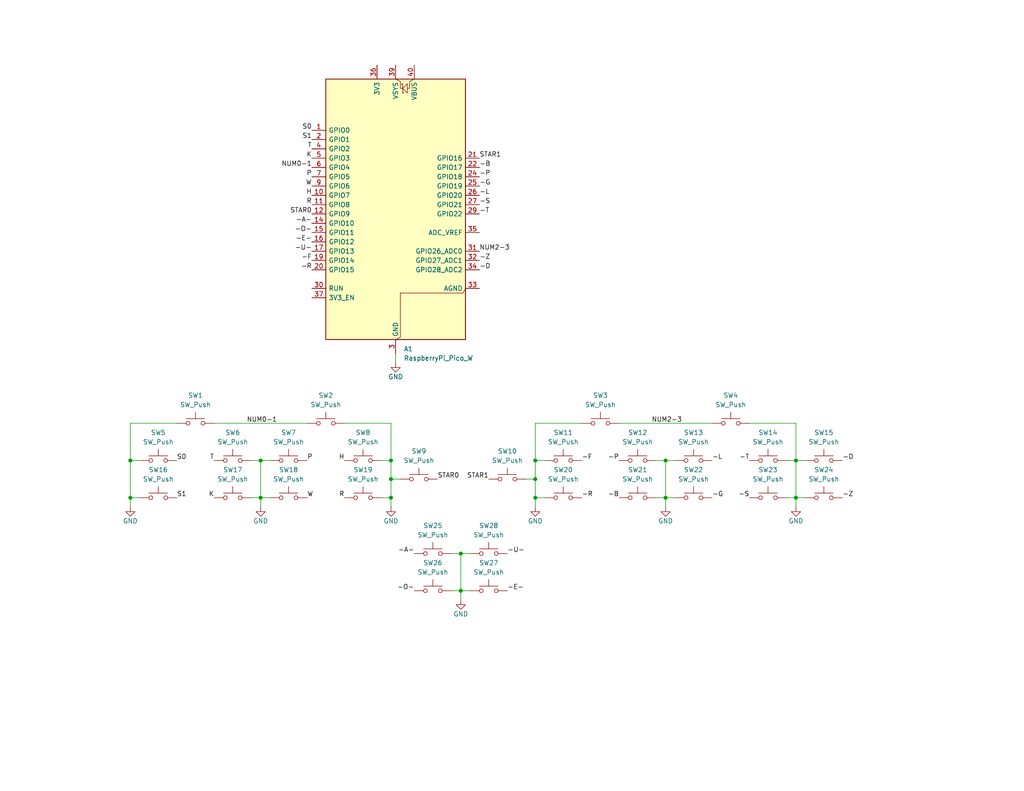
<source format=kicad_sch>
(kicad_sch (version 20231120) (generator "eeschema") (generator_version "8.0")
  (paper "USLetter")
  (title_block (title "nicosteno") (date "2024-08-05") (rev "1") (company "Nicolas Landucci"))
  (lib_symbols
    (symbol "PiPico:RaspberryPi_Pico_W" (pin_names (offset 0.762))
      (property "Reference" "A" (at -19.05 38.1 0))
      (property "Value" "RaspberryPi_Pico_W" (at 7.62 38.1 0))
      (symbol "RaspberryPi_Pico_W_0_1"
        (rectangle (start -19.05 36.83) (end 19.05 -34.29) (stroke (width 0.254)) (fill (type background)))
        (polyline (pts (xy 0 36.83) (xy 1.27 36.195) (xy 1.27 34.29) (xy 1.905 34.29)))
        (polyline (pts (xy 1.905 34.29) (xy 3.175 35.56) (xy 3.175 33.02) (xy 1.905 34.29)))
        (polyline (pts (xy 5.08 36.83) (xy 3.81 36.195) (xy 3.81 34.29) (xy 3.175 34.29)))
        (polyline (pts (xy 0 -34.29) (xy 1.27 -33.655) (xy 1.27 -21.59) (xy 18.415 -21.59) (xy 19.05 -20.32)))
        (polyline (pts (xy 1.651 35.306) (xy 1.651 35.56) (xy 1.905 35.56) (xy 1.905 33.02) (xy 2.159 33.02) (xy 2.159 33.274)))
      )
      (symbol "RaspberryPi_Pico_W_1_1"
        (pin bidirectional line (at -22.86 22.86 0) (length 3.81) (name "GPIO0") (number "1"))
        (pin bidirectional line (at -22.86 5.08 0) (length 3.81) (name "GPIO7") (number "10"))
        (pin bidirectional line (at -22.86 2.54 0) (length 3.81) (name "GPIO8") (number "11"))
        (pin bidirectional line (at -22.86 0 0) (length 3.81) (name "GPIO9") (number "12"))
        (pin passive line (at 0 -38.1 90) (length 3.81) hide (name "GND") (number "13"))
        (pin bidirectional line (at -22.86 -2.54 0) (length 3.81) (name "GPIO10") (number "14"))
        (pin bidirectional line (at -22.86 -5.08 0) (length 3.81) (name "GPIO11") (number "15"))
        (pin bidirectional line (at -22.86 -7.62 0) (length 3.81) (name "GPIO12") (number "16"))
        (pin bidirectional line (at -22.86 -10.16 0) (length 3.81) (name "GPIO13") (number "17"))
        (pin passive line (at 0 -38.1 90) (length 3.81) hide (name "GND") (number "18"))
        (pin bidirectional line (at -22.86 -12.7 0) (length 3.81) (name "GPIO14") (number "19"))
        (pin bidirectional line (at -22.86 20.32 0) (length 3.81) (name "GPIO1") (number "2"))
        (pin bidirectional line (at -22.86 -15.24 0) (length 3.81) (name "GPIO15") (number "20"))
        (pin bidirectional line (at 22.86 15.24 180) (length 3.81) (name "GPIO16") (number "21"))
        (pin bidirectional line (at 22.86 12.7 180) (length 3.81) (name "GPIO17") (number "22"))
        (pin passive line (at 0 -38.1 90) (length 3.81) hide (name "GND") (number "23"))
        (pin bidirectional line (at 22.86 10.16 180) (length 3.81) (name "GPIO18") (number "24"))
        (pin bidirectional line (at 22.86 7.62 180) (length 3.81) (name "GPIO19") (number "25"))
        (pin bidirectional line (at 22.86 5.08 180) (length 3.81) (name "GPIO20") (number "26"))
        (pin bidirectional line (at 22.86 2.54 180) (length 3.81) (name "GPIO21") (number "27"))
        (pin passive line (at 0 -38.1 90) (length 3.81) hide (name "GND") (number "28"))
        (pin bidirectional line (at 22.86 0 180) (length 3.81) (name "GPIO22") (number "29"))
        (pin power_out line (at 0 -38.1 90) (length 3.81) (name "GND") (number "3"))
        (pin input line (at -22.86 -20.32 0) (length 3.81) (name "RUN") (number "30"))
        (pin bidirectional line (at 22.86 -10.16 180) (length 3.81) (name "GPIO26_ADC0") (number "31"))
        (pin bidirectional line (at 22.86 -12.7 180) (length 3.81) (name "GPIO27_ADC1") (number "32"))
        (pin power_out line (at 22.86 -20.32 180) (length 3.81) (name "AGND") (number "33"))
        (pin bidirectional line (at 22.86 -15.24 180) (length 3.81) (name "GPIO28_ADC2") (number "34"))
        (pin power_in line (at 22.86 -5.08 180) (length 3.81) (name "ADC_VREF") (number "35"))
        (pin power_out line (at -5.08 40.64 270) (length 3.81) (name "3V3") (number "36"))
        (pin input line (at -22.86 -22.86 0) (length 3.81) (name "3V3_EN") (number "37"))
        (pin passive line (at 0 -38.1 90) (length 3.81) hide (name "GND") (number "38"))
        (pin power_in line (at 0 40.64 270) (length 3.81) (name "VSYS") (number "39"))
        (pin bidirectional line (at -22.86 17.78 0) (length 3.81) (name "GPIO2") (number "4"))
        (pin power_out line (at 5.08 40.64 270) (length 3.81) (name "VBUS") (number "40"))
        (pin bidirectional line (at -22.86 15.24 0) (length 3.81) (name "GPIO3") (number "5"))
        (pin bidirectional line (at -22.86 12.7 0) (length 3.81) (name "GPIO4") (number "6"))
        (pin bidirectional line (at -22.86 10.16 0) (length 3.81) (name "GPIO5") (number "7"))
        (pin passive line (at 0 -38.1 90) (length 3.81) hide (name "GND") (number "8"))
        (pin bidirectional line (at -22.86 7.62 0) (length 3.81) (name "GPIO6") (number "9"))
      )
    )
    (symbol "Switch:SW_Push" (pin_numbers hide) (pin_names (offset 1.016) hide)
      (property "Reference" "SW" (at 1.27 2.54 0))
      (property "Value" "SW_Push" (at 0 -1.524 0))
      (symbol "SW_Push_0_1"
        (circle (center -2.032 0) (radius 0.508))
        (polyline (pts (xy 0 1.27) (xy 0 3.048)))
        (polyline (pts (xy 2.54 1.27) (xy -2.54 1.27)))
        (circle (center 2.032 0) (radius 0.508))
        (pin passive line (at -5.08 0 0) (length 2.54) (name "1") (number "1"))
        (pin passive line (at 5.08 0 180) (length 2.54) (name "2") (number "2"))
      )
    )
    (symbol "power:GND" (power) (pin_numbers hide) (pin_names (offset 0) hide)
      (property "Value" "GND" (at 0 -3.81 0))
      (symbol "GND_0_1"
        (polyline (pts (xy 0 0) (xy 0 -1.27) (xy 1.27 -1.27) (xy 0 -2.54) (xy -1.27 -1.27) (xy 0 -1.27)))
      )
      (symbol "GND_1_1"
        (pin power_in line (at 0 0 270) (length 0) (name "~") (number "1"))
      )
    )
  )
  (junction (at 35.56 125.73))
  (junction (at 125.73 161.29))
  (junction (at 146.05 130.81))
  (junction (at 146.05 125.73))
  (junction (at 217.17 125.73))
  (junction (at 106.68 125.73))
  (junction (at 71.12 135.89))
  (junction (at 35.56 135.89))
  (junction (at 106.68 130.81))
  (junction (at 181.61 125.73))
  (junction (at 71.12 125.73))
  (junction (at 146.05 135.89))
  (junction (at 181.61 135.89))
  (junction (at 217.17 135.89))
  (junction (at 106.68 135.89))
  (junction (at 125.73 151.13))
  (wire (pts (xy 168.91 115.57) (xy 194.31 115.57)))
  (wire (pts (xy 71.12 125.73) (xy 73.66 125.73)))
  (wire (pts (xy 214.63 135.89) (xy 217.17 135.89)))
  (wire (pts (xy 35.56 115.57) (xy 35.56 125.73)))
  (wire (pts (xy 125.73 161.29) (xy 128.27 161.29)))
  (wire (pts (xy 93.98 115.57) (xy 106.68 115.57)))
  (wire (pts (xy 181.61 125.73) (xy 184.15 125.73)))
  (wire (pts (xy 146.05 115.57) (xy 146.05 125.73)))
  (wire (pts (xy 123.19 161.29) (xy 125.73 161.29)))
  (wire (pts (xy 104.14 135.89) (xy 106.68 135.89)))
  (wire (pts (xy 146.05 135.89) (xy 146.05 138.43)))
  (wire (pts (xy 106.68 135.89) (xy 106.68 138.43)))
  (wire (pts (xy 106.68 115.57) (xy 106.68 125.73)))
  (wire (pts (xy 214.63 125.73) (xy 217.17 125.73)))
  (wire (pts (xy 146.05 125.73) (xy 146.05 130.81)))
  (wire (pts (xy 146.05 115.57) (xy 158.75 115.57)))
  (wire (pts (xy 38.1 125.73) (xy 35.56 125.73)))
  (wire (pts (xy 125.73 151.13) (xy 125.73 161.29)))
  (wire (pts (xy 106.68 130.81) (xy 106.68 135.89)))
  (wire (pts (xy 179.07 135.89) (xy 181.61 135.89)))
  (wire (pts (xy 35.56 125.73) (xy 35.56 135.89)))
  (wire (pts (xy 181.61 135.89) (xy 181.61 138.43)))
  (wire (pts (xy 146.05 130.81) (xy 143.51 130.81)))
  (wire (pts (xy 148.59 125.73) (xy 146.05 125.73)))
  (wire (pts (xy 58.42 115.57) (xy 83.82 115.57)))
  (wire (pts (xy 179.07 125.73) (xy 181.61 125.73)))
  (wire (pts (xy 71.12 125.73) (xy 71.12 135.89)))
  (wire (pts (xy 181.61 135.89) (xy 184.15 135.89)))
  (wire (pts (xy 106.68 130.81) (xy 109.22 130.81)))
  (wire (pts (xy 148.59 135.89) (xy 146.05 135.89)))
  (wire (pts (xy 35.56 138.43) (xy 35.56 135.89)))
  (wire (pts (xy 104.14 125.73) (xy 106.68 125.73)))
  (wire (pts (xy 217.17 135.89) (xy 219.71 135.89)))
  (wire (pts (xy 123.19 151.13) (xy 125.73 151.13)))
  (wire (pts (xy 48.26 115.57) (xy 35.56 115.57)))
  (wire (pts (xy 217.17 135.89) (xy 217.17 138.43)))
  (wire (pts (xy 106.68 125.73) (xy 106.68 130.81)))
  (wire (pts (xy 71.12 135.89) (xy 71.12 138.43)))
  (wire (pts (xy 217.17 115.57) (xy 217.17 125.73)))
  (wire (pts (xy 71.12 135.89) (xy 73.66 135.89)))
  (wire (pts (xy 181.61 125.73) (xy 181.61 135.89)))
  (wire (pts (xy 107.95 96.52) (xy 107.95 99.06)))
  (wire (pts (xy 68.58 125.73) (xy 71.12 125.73)))
  (wire (pts (xy 146.05 130.81) (xy 146.05 135.89)))
  (wire (pts (xy 217.17 125.73) (xy 217.17 135.89)))
  (wire (pts (xy 35.56 135.89) (xy 38.1 135.89)))
  (wire (pts (xy 217.17 125.73) (xy 219.71 125.73)))
  (wire (pts (xy 125.73 161.29) (xy 125.73 163.83)))
  (wire (pts (xy 68.58 135.89) (xy 71.12 135.89)))
  (wire (pts (xy 125.73 151.13) (xy 128.27 151.13)))
  (wire (pts (xy 204.47 115.57) (xy 217.17 115.57)))
  (label "-B" (at 130.81 45.72 0))
  (label "S1" (at 48.26 135.89 0))
  (label "-P" (at 168.91 125.73 180))
  (label "S1" (at 85.09 38.1 180))
  (label "-L" (at 194.31 125.73 0))
  (label "-S" (at 204.47 135.89 180))
  (label "W" (at 83.82 135.89 0))
  (label "-Z" (at 130.81 71.12 0))
  (label "-E-" (at 138.43 161.29 0))
  (label "-T" (at 204.47 125.73 180))
  (label "S0" (at 85.09 35.56 180))
  (label "STAR1" (at 130.81 43.18 0))
  (label "STAR1" (at 133.35 130.81 180))
  (label "STAR0" (at 119.38 130.81 0))
  (label "NUM0-1" (at 85.09 45.72 180))
  (label "-Z" (at 229.87 135.89 0))
  (label "-A-" (at 85.09 60.96 180))
  (label "H" (at 85.09 53.34 180))
  (label "-D" (at 130.81 73.66 0))
  (label "-P" (at 130.81 48.26 0))
  (label "W" (at 85.09 50.8 180))
  (label "H" (at 93.98 125.73 180))
  (label "NUM2-3" (at 177.8 115.57 0))
  (label "-D" (at 229.87 125.73 0))
  (label "-U-" (at 138.43 151.13 0))
  (label "-S" (at 130.81 55.88 0))
  (label "-T" (at 130.81 58.42 0))
  (label "P" (at 85.09 48.26 180))
  (label "-E-" (at 85.09 66.04 180))
  (label "K" (at 58.42 135.89 180))
  (label "NUM2-3" (at 130.81 68.58 0))
  (label "-B" (at 168.91 135.89 180))
  (label "-G" (at 194.31 135.89 0))
  (label "STAR0" (at 85.09 58.42 180))
  (label "-O-" (at 113.03 161.29 180))
  (label "-O-" (at 85.09 63.5 180))
  (label "-L" (at 130.81 53.34 0))
  (label "-U-" (at 85.09 68.58 180))
  (label "T" (at 85.09 40.64 180))
  (label "-R" (at 158.75 135.89 0))
  (label "P" (at 83.82 125.73 0))
  (label "S0" (at 48.26 125.73 0))
  (label "T" (at 58.42 125.73 180))
  (label "NUM0-1" (at 67.31 115.57 0))
  (label "-F" (at 158.75 125.73 0))
  (label "R" (at 85.09 55.88 180))
  (label "R" (at 93.98 135.89 180))
  (label "-R" (at 85.09 73.66 180))
  (label "-A-" (at 113.03 151.13 180))
  (label "K" (at 85.09 43.18 180))
  (label "-G" (at 130.81 50.8 0))
  (label "-F" (at 85.09 71.12 180))
  (symbol (lib_id "PiPico:RaspberryPi_Pico_W") (at 107.95 58.42 0) (unit 1)
    (property "Reference" "A1" (at 110.1441 95.25 0) (effects (justify left)))
    (property "Value" "RaspberryPi_Pico_W" (at 110.1441 97.79 0) (effects (justify left)))
    (property "Footprint" "PiPico:RaspberryPi_Pico_Common" (effects (hide yes)))
    (property "Datasheet" "https://datasheets.raspberrypi.com/picow/pico-w-datasheet.pdf" (effects (hide yes)))
    (property "Description" "Versatile and inexpensive wireless microcontroller module powered by RP2040 dual-core Arm Cortex-M0+ processor up to 133 MHz, 264kB SRAM, 2MB QSPI flash, Infineon CYW43439 2.4GHz 802.11n wireless LAN" (effects (hide yes)))
  )
  (symbol (lib_id "Switch:SW_Push") (at 88.9 115.57 0) (mirror y) (unit 1)
    (property "Reference" "SW2" (at 88.9 107.95 0))
    (property "Value" "SW_Push" (at 88.9 110.49 0))
    (property "Footprint" "MX_Modified:SW_Cherry_MX_2.00u_PCB" (effects (hide yes)))
    (property "Description" "Push button switch, generic, two pins" (effects (hide yes)))
  )
  (symbol (lib_id "Switch:SW_Push") (at 209.55 135.89 0) (mirror y) (unit 1)
    (property "Reference" "SW23" (at 209.55 128.27 0))
    (property "Value" "SW_Push" (at 209.55 130.81 0))
    (property "Footprint" "MX_Modified:SW_Cherry_MX_1.00u_PCB" (effects (hide yes)))
    (property "Description" "Push button switch, generic, two pins" (effects (hide yes)))
  )
  (symbol (lib_id "Switch:SW_Push") (at 78.74 125.73 0) (unit 1)
    (property "Reference" "SW7" (at 78.74 118.11 0))
    (property "Value" "SW_Push" (at 78.74 120.65 0))
    (property "Footprint" "MX_Modified:SW_Cherry_MX_1.00u_PCB" (effects (hide yes)))
    (property "Description" "Push button switch, generic, two pins" (effects (hide yes)))
  )
  (symbol (lib_id "Switch:SW_Push") (at 189.23 135.89 0) (unit 1)
    (property "Reference" "SW22" (at 189.23 128.27 0))
    (property "Value" "SW_Push" (at 189.23 130.81 0))
    (property "Footprint" "MX_Modified:SW_Cherry_MX_1.00u_PCB" (effects (hide yes)))
    (property "Description" "Push button switch, generic, two pins" (effects (hide yes)))
  )
  (symbol (lib_id "Switch:SW_Push") (at 114.3 130.81 0) (unit 1)
    (property "Reference" "SW9" (at 114.3 123.19 0))
    (property "Value" "SW_Push" (at 114.3 125.73 0))
    (property "Footprint" "MX_Modified:SW_Cherry_MX_2.00u_PCB" (effects (hide yes)))
    (property "Description" "Push button switch, generic, two pins" (effects (hide yes)))
  )
  (symbol (lib_id "power:GND") (at 146.05 138.43 0) (mirror y) (unit 1)
    (property "Reference" "#PWR04" (effects (hide yes)))
    (property "Value" "GND" (at 146.05 142.24 0))
    (property "Description" "Power symbol creates a global label with name \"GND\" , ground" (effects (hide yes)))
  )
  (symbol (lib_id "Switch:SW_Push") (at 138.43 130.81 0) (mirror y) (unit 1)
    (property "Reference" "SW10" (at 138.43 123.19 0))
    (property "Value" "SW_Push" (at 138.43 125.73 0))
    (property "Footprint" "MX_Modified:SW_Cherry_MX_2.00u_PCB" (effects (hide yes)))
    (property "Description" "Push button switch, generic, two pins" (effects (hide yes)))
  )
  (symbol (lib_id "Switch:SW_Push") (at 153.67 125.73 0) (unit 1)
    (property "Reference" "SW11" (at 153.67 118.11 0))
    (property "Value" "SW_Push" (at 153.67 120.65 0))
    (property "Footprint" "MX_Modified:SW_Cherry_MX_1.00u_PCB" (effects (hide yes)))
    (property "Description" "Push button switch, generic, two pins" (effects (hide yes)))
  )
  (symbol (lib_id "Switch:SW_Push") (at 118.11 161.29 0) (mirror y) (unit 1)
    (property "Reference" "SW26" (at 118.11 153.67 0))
    (property "Value" "SW_Push" (at 118.11 156.21 0))
    (property "Footprint" "MX_Modified:SW_Cherry_MX_1.00u_PCB" (effects (hide yes)))
    (property "Description" "Push button switch, generic, two pins" (effects (hide yes)))
  )
  (symbol (lib_id "Switch:SW_Push") (at 99.06 135.89 0) (mirror y) (unit 1)
    (property "Reference" "SW19" (at 99.06 128.27 0))
    (property "Value" "SW_Push" (at 99.06 130.81 0))
    (property "Footprint" "MX_Modified:SW_Cherry_MX_1.00u_PCB" (effects (hide yes)))
    (property "Description" "Push button switch, generic, two pins" (effects (hide yes)))
  )
  (symbol (lib_id "Switch:SW_Push") (at 63.5 125.73 0) (mirror y) (unit 1)
    (property "Reference" "SW6" (at 63.5 118.11 0))
    (property "Value" "SW_Push" (at 63.5 120.65 0))
    (property "Footprint" "MX_Modified:SW_Cherry_MX_1.00u_PCB" (effects (hide yes)))
    (property "Description" "Push button switch, generic, two pins" (effects (hide yes)))
  )
  (symbol (lib_id "Switch:SW_Push") (at 118.11 151.13 0) (mirror y) (unit 1)
    (property "Reference" "SW25" (at 118.11 143.51 0))
    (property "Value" "SW_Push" (at 118.11 146.05 0))
    (property "Footprint" "MX_Modified:SW_Cherry_MX_1.00u_PCB" (effects (hide yes)))
    (property "Description" "Push button switch, generic, two pins" (effects (hide yes)))
  )
  (symbol (lib_id "Switch:SW_Push") (at 63.5 135.89 0) (mirror y) (unit 1)
    (property "Reference" "SW17" (at 63.5 128.27 0))
    (property "Value" "SW_Push" (at 63.5 130.81 0))
    (property "Footprint" "MX_Modified:SW_Cherry_MX_1.00u_PCB" (effects (hide yes)))
    (property "Description" "Push button switch, generic, two pins" (effects (hide yes)))
  )
  (symbol (lib_id "Switch:SW_Push") (at 43.18 125.73 0) (unit 1)
    (property "Reference" "SW5" (at 43.18 118.11 0))
    (property "Value" "SW_Push" (at 43.18 120.65 0))
    (property "Footprint" "MX_Modified:SW_Cherry_MX_1.00u_PCB" (effects (hide yes)))
    (property "Description" "Push button switch, generic, two pins" (effects (hide yes)))
  )
  (symbol (lib_id "Switch:SW_Push") (at 133.35 161.29 0) (unit 1)
    (property "Reference" "SW27" (at 133.35 153.67 0))
    (property "Value" "SW_Push" (at 133.35 156.21 0))
    (property "Footprint" "MX_Modified:SW_Cherry_MX_1.00u_PCB" (effects (hide yes)))
    (property "Description" "Push button switch, generic, two pins" (effects (hide yes)))
  )
  (symbol (lib_id "Switch:SW_Push") (at 99.06 125.73 0) (mirror y) (unit 1)
    (property "Reference" "SW8" (at 99.06 118.11 0))
    (property "Value" "SW_Push" (at 99.06 120.65 0))
    (property "Footprint" "MX_Modified:SW_Cherry_MX_1.00u_PCB" (effects (hide yes)))
    (property "Description" "Push button switch, generic, two pins" (effects (hide yes)))
  )
  (symbol (lib_id "Switch:SW_Push") (at 209.55 125.73 0) (mirror y) (unit 1)
    (property "Reference" "SW14" (at 209.55 118.11 0))
    (property "Value" "SW_Push" (at 209.55 120.65 0))
    (property "Footprint" "MX_Modified:SW_Cherry_MX_1.00u_PCB" (effects (hide yes)))
    (property "Description" "Push button switch, generic, two pins" (effects (hide yes)))
  )
  (symbol (lib_id "Switch:SW_Push") (at 189.23 125.73 0) (unit 1)
    (property "Reference" "SW13" (at 189.23 118.11 0))
    (property "Value" "SW_Push" (at 189.23 120.65 0))
    (property "Footprint" "MX_Modified:SW_Cherry_MX_1.00u_PCB" (effects (hide yes)))
    (property "Description" "Push button switch, generic, two pins" (effects (hide yes)))
  )
  (symbol (lib_id "power:GND") (at 217.17 138.43 0) (unit 1)
    (property "Reference" "#PWR05" (effects (hide yes)))
    (property "Value" "GND" (at 217.17 142.24 0))
    (property "Description" "Power symbol creates a global label with name \"GND\" , ground" (effects (hide yes)))
  )
  (symbol (lib_id "Switch:SW_Push") (at 78.74 135.89 0) (unit 1)
    (property "Reference" "SW18" (at 78.74 128.27 0))
    (property "Value" "SW_Push" (at 78.74 130.81 0))
    (property "Footprint" "MX_Modified:SW_Cherry_MX_1.00u_PCB" (effects (hide yes)))
    (property "Description" "Push button switch, generic, two pins" (effects (hide yes)))
  )
  (symbol (lib_id "Switch:SW_Push") (at 224.79 135.89 0) (unit 1)
    (property "Reference" "SW24" (at 224.79 128.27 0))
    (property "Value" "SW_Push" (at 224.79 130.81 0))
    (property "Footprint" "MX_Modified:SW_Cherry_MX_1.00u_PCB" (effects (hide yes)))
    (property "Description" "Push button switch, generic, two pins" (effects (hide yes)))
  )
  (symbol (lib_id "Switch:SW_Push") (at 153.67 135.89 0) (unit 1)
    (property "Reference" "SW20" (at 153.67 128.27 0))
    (property "Value" "SW_Push" (at 153.67 130.81 0))
    (property "Footprint" "MX_Modified:SW_Cherry_MX_1.00u_PCB" (effects (hide yes)))
    (property "Description" "Push button switch, generic, two pins" (effects (hide yes)))
  )
  (symbol (lib_id "Switch:SW_Push") (at 133.35 151.13 0) (unit 1)
    (property "Reference" "SW28" (at 133.35 143.51 0))
    (property "Value" "SW_Push" (at 133.35 146.05 0))
    (property "Footprint" "MX_Modified:SW_Cherry_MX_1.00u_PCB" (effects (hide yes)))
    (property "Description" "Push button switch, generic, two pins" (effects (hide yes)))
  )
  (symbol (lib_id "Switch:SW_Push") (at 199.39 115.57 0) (mirror y) (unit 1)
    (property "Reference" "SW4" (at 199.39 107.95 0))
    (property "Value" "SW_Push" (at 199.39 110.49 0))
    (property "Footprint" "MX_Modified:SW_Cherry_MX_2.00u_PCB" (effects (hide yes)))
    (property "Description" "Push button switch, generic, two pins" (effects (hide yes)))
  )
  (symbol (lib_id "power:GND") (at 125.73 163.83 0) (unit 1)
    (property "Reference" "#PWR07" (effects (hide yes)))
    (property "Value" "GND" (at 125.73 167.64 0))
    (property "Description" "Power symbol creates a global label with name \"GND\" , ground" (effects (hide yes)))
  )
  (symbol (lib_id "power:GND") (at 106.68 138.43 0) (unit 1)
    (property "Reference" "#PWR02" (effects (hide yes)))
    (property "Value" "GND" (at 106.68 142.24 0))
    (property "Description" "Power symbol creates a global label with name \"GND\" , ground" (effects (hide yes)))
  )
  (symbol (lib_id "Switch:SW_Push") (at 173.99 135.89 0) (mirror y) (unit 1)
    (property "Reference" "SW21" (at 173.99 128.27 0))
    (property "Value" "SW_Push" (at 173.99 130.81 0))
    (property "Footprint" "MX_Modified:SW_Cherry_MX_1.00u_PCB" (effects (hide yes)))
    (property "Description" "Push button switch, generic, two pins" (effects (hide yes)))
  )
  (symbol (lib_id "Switch:SW_Push") (at 43.18 135.89 0) (unit 1)
    (property "Reference" "SW16" (at 43.18 128.27 0))
    (property "Value" "SW_Push" (at 43.18 130.81 0))
    (property "Footprint" "MX_Modified:SW_Cherry_MX_1.00u_PCB" (effects (hide yes)))
    (property "Description" "Push button switch, generic, two pins" (effects (hide yes)))
  )
  (symbol (lib_id "Switch:SW_Push") (at 224.79 125.73 0) (unit 1)
    (property "Reference" "SW15" (at 224.79 118.11 0))
    (property "Value" "SW_Push" (at 224.79 120.65 0))
    (property "Footprint" "MX_Modified:SW_Cherry_MX_1.00u_PCB" (effects (hide yes)))
    (property "Description" "Push button switch, generic, two pins" (effects (hide yes)))
  )
  (symbol (lib_id "power:GND") (at 35.56 138.43 0) (unit 1)
    (property "Reference" "#PWR01" (effects (hide yes)))
    (property "Value" "GND" (at 35.56 142.24 0))
    (property "Description" "Power symbol creates a global label with name \"GND\" , ground" (effects (hide yes)))
  )
  (symbol (lib_id "Switch:SW_Push") (at 163.83 115.57 0) (unit 1)
    (property "Reference" "SW3" (at 163.83 107.95 0))
    (property "Value" "SW_Push" (at 163.83 110.49 0))
    (property "Footprint" "MX_Modified:SW_Cherry_MX_2.00u_PCB" (effects (hide yes)))
    (property "Description" "Push button switch, generic, two pins" (effects (hide yes)))
  )
  (symbol (lib_id "power:GND") (at 71.12 138.43 0) (unit 1)
    (property "Reference" "#PWR03" (effects (hide yes)))
    (property "Value" "GND" (at 71.12 142.24 0))
    (property "Description" "Power symbol creates a global label with name \"GND\" , ground" (effects (hide yes)))
  )
  (symbol (lib_id "power:GND") (at 181.61 138.43 0) (unit 1)
    (property "Reference" "#PWR06" (effects (hide yes)))
    (property "Value" "GND" (at 181.61 142.24 0))
    (property "Description" "Power symbol creates a global label with name \"GND\" , ground" (effects (hide yes)))
  )
  (symbol (lib_id "Switch:SW_Push") (at 173.99 125.73 0) (mirror y) (unit 1)
    (property "Reference" "SW12" (at 173.99 118.11 0))
    (property "Value" "SW_Push" (at 173.99 120.65 0))
    (property "Footprint" "MX_Modified:SW_Cherry_MX_1.00u_PCB" (effects (hide yes)))
    (property "Description" "Push button switch, generic, two pins" (effects (hide yes)))
  )
  (symbol (lib_id "Switch:SW_Push") (at 53.34 115.57 0) (unit 1)
    (property "Reference" "SW1" (at 53.34 107.95 0))
    (property "Value" "SW_Push" (at 53.34 110.49 0))
    (property "Footprint" "MX_Modified:SW_Cherry_MX_2.00u_PCB" (effects (hide yes)))
    (property "Description" "Push button switch, generic, two pins" (effects (hide yes)))
  )
  (symbol (lib_id "power:GND") (at 107.95 99.06 0) (unit 1)
    (property "Reference" "#PWR08" (effects (hide yes)))
    (property "Value" "GND" (at 107.95 102.87 0))
    (property "Description" "Power symbol creates a global label with name \"GND\" , ground" (effects (hide yes)))
  )
)
</source>
